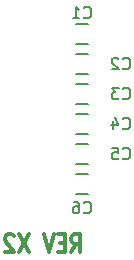
<source format=gbr>
G04 #@! TF.FileFunction,Legend,Bot*
%FSLAX46Y46*%
G04 Gerber Fmt 4.6, Leading zero omitted, Abs format (unit mm)*
G04 Created by KiCad (PCBNEW (after 2015-mar-04 BZR unknown)-product) date 11/2/2016 4:10:58 PM*
%MOMM*%
G01*
G04 APERTURE LIST*
%ADD10C,0.150000*%
%ADD11C,0.300000*%
G04 APERTURE END LIST*
D10*
D11*
X34677048Y-43858571D02*
X35100381Y-43144286D01*
X35402762Y-43858571D02*
X35402762Y-42358571D01*
X34918953Y-42358571D01*
X34798000Y-42430000D01*
X34737524Y-42501429D01*
X34677048Y-42644286D01*
X34677048Y-42858571D01*
X34737524Y-43001429D01*
X34798000Y-43072857D01*
X34918953Y-43144286D01*
X35402762Y-43144286D01*
X34132762Y-43072857D02*
X33709429Y-43072857D01*
X33528000Y-43858571D02*
X34132762Y-43858571D01*
X34132762Y-42358571D01*
X33528000Y-42358571D01*
X33165143Y-42358571D02*
X32741809Y-43858571D01*
X32318476Y-42358571D01*
X31048476Y-42358571D02*
X30201810Y-43858571D01*
X30201810Y-42358571D02*
X31048476Y-43858571D01*
X29778476Y-42501429D02*
X29718000Y-42430000D01*
X29597048Y-42358571D01*
X29294667Y-42358571D01*
X29173714Y-42430000D01*
X29113238Y-42501429D01*
X29052762Y-42644286D01*
X29052762Y-42787143D01*
X29113238Y-43001429D01*
X29838952Y-43858571D01*
X29052762Y-43858571D01*
D10*
X35060000Y-24550000D02*
X36060000Y-24550000D01*
X36060000Y-26250000D02*
X35060000Y-26250000D01*
X35060000Y-27090000D02*
X36060000Y-27090000D01*
X36060000Y-28790000D02*
X35060000Y-28790000D01*
X35060000Y-29630000D02*
X36060000Y-29630000D01*
X36060000Y-31330000D02*
X35060000Y-31330000D01*
X35060000Y-32170000D02*
X36060000Y-32170000D01*
X36060000Y-33870000D02*
X35060000Y-33870000D01*
X35060000Y-34710000D02*
X36060000Y-34710000D01*
X36060000Y-36410000D02*
X35060000Y-36410000D01*
X35060000Y-37250000D02*
X36060000Y-37250000D01*
X36060000Y-38950000D02*
X35060000Y-38950000D01*
X35726666Y-23979143D02*
X35774285Y-24026762D01*
X35917142Y-24074381D01*
X36012380Y-24074381D01*
X36155238Y-24026762D01*
X36250476Y-23931524D01*
X36298095Y-23836286D01*
X36345714Y-23645810D01*
X36345714Y-23502952D01*
X36298095Y-23312476D01*
X36250476Y-23217238D01*
X36155238Y-23122000D01*
X36012380Y-23074381D01*
X35917142Y-23074381D01*
X35774285Y-23122000D01*
X35726666Y-23169619D01*
X34774285Y-24074381D02*
X35345714Y-24074381D01*
X35060000Y-24074381D02*
X35060000Y-23074381D01*
X35155238Y-23217238D01*
X35250476Y-23312476D01*
X35345714Y-23360095D01*
X39028666Y-28297143D02*
X39076285Y-28344762D01*
X39219142Y-28392381D01*
X39314380Y-28392381D01*
X39457238Y-28344762D01*
X39552476Y-28249524D01*
X39600095Y-28154286D01*
X39647714Y-27963810D01*
X39647714Y-27820952D01*
X39600095Y-27630476D01*
X39552476Y-27535238D01*
X39457238Y-27440000D01*
X39314380Y-27392381D01*
X39219142Y-27392381D01*
X39076285Y-27440000D01*
X39028666Y-27487619D01*
X38647714Y-27487619D02*
X38600095Y-27440000D01*
X38504857Y-27392381D01*
X38266761Y-27392381D01*
X38171523Y-27440000D01*
X38123904Y-27487619D01*
X38076285Y-27582857D01*
X38076285Y-27678095D01*
X38123904Y-27820952D01*
X38695333Y-28392381D01*
X38076285Y-28392381D01*
X39028666Y-30837143D02*
X39076285Y-30884762D01*
X39219142Y-30932381D01*
X39314380Y-30932381D01*
X39457238Y-30884762D01*
X39552476Y-30789524D01*
X39600095Y-30694286D01*
X39647714Y-30503810D01*
X39647714Y-30360952D01*
X39600095Y-30170476D01*
X39552476Y-30075238D01*
X39457238Y-29980000D01*
X39314380Y-29932381D01*
X39219142Y-29932381D01*
X39076285Y-29980000D01*
X39028666Y-30027619D01*
X38695333Y-29932381D02*
X38076285Y-29932381D01*
X38409619Y-30313333D01*
X38266761Y-30313333D01*
X38171523Y-30360952D01*
X38123904Y-30408571D01*
X38076285Y-30503810D01*
X38076285Y-30741905D01*
X38123904Y-30837143D01*
X38171523Y-30884762D01*
X38266761Y-30932381D01*
X38552476Y-30932381D01*
X38647714Y-30884762D01*
X38695333Y-30837143D01*
X39028666Y-33377143D02*
X39076285Y-33424762D01*
X39219142Y-33472381D01*
X39314380Y-33472381D01*
X39457238Y-33424762D01*
X39552476Y-33329524D01*
X39600095Y-33234286D01*
X39647714Y-33043810D01*
X39647714Y-32900952D01*
X39600095Y-32710476D01*
X39552476Y-32615238D01*
X39457238Y-32520000D01*
X39314380Y-32472381D01*
X39219142Y-32472381D01*
X39076285Y-32520000D01*
X39028666Y-32567619D01*
X38171523Y-32805714D02*
X38171523Y-33472381D01*
X38409619Y-32424762D02*
X38647714Y-33139048D01*
X38028666Y-33139048D01*
X39028666Y-35917143D02*
X39076285Y-35964762D01*
X39219142Y-36012381D01*
X39314380Y-36012381D01*
X39457238Y-35964762D01*
X39552476Y-35869524D01*
X39600095Y-35774286D01*
X39647714Y-35583810D01*
X39647714Y-35440952D01*
X39600095Y-35250476D01*
X39552476Y-35155238D01*
X39457238Y-35060000D01*
X39314380Y-35012381D01*
X39219142Y-35012381D01*
X39076285Y-35060000D01*
X39028666Y-35107619D01*
X38123904Y-35012381D02*
X38600095Y-35012381D01*
X38647714Y-35488571D01*
X38600095Y-35440952D01*
X38504857Y-35393333D01*
X38266761Y-35393333D01*
X38171523Y-35440952D01*
X38123904Y-35488571D01*
X38076285Y-35583810D01*
X38076285Y-35821905D01*
X38123904Y-35917143D01*
X38171523Y-35964762D01*
X38266761Y-36012381D01*
X38504857Y-36012381D01*
X38600095Y-35964762D01*
X38647714Y-35917143D01*
X35726666Y-40489143D02*
X35774285Y-40536762D01*
X35917142Y-40584381D01*
X36012380Y-40584381D01*
X36155238Y-40536762D01*
X36250476Y-40441524D01*
X36298095Y-40346286D01*
X36345714Y-40155810D01*
X36345714Y-40012952D01*
X36298095Y-39822476D01*
X36250476Y-39727238D01*
X36155238Y-39632000D01*
X36012380Y-39584381D01*
X35917142Y-39584381D01*
X35774285Y-39632000D01*
X35726666Y-39679619D01*
X34869523Y-39584381D02*
X35060000Y-39584381D01*
X35155238Y-39632000D01*
X35202857Y-39679619D01*
X35298095Y-39822476D01*
X35345714Y-40012952D01*
X35345714Y-40393905D01*
X35298095Y-40489143D01*
X35250476Y-40536762D01*
X35155238Y-40584381D01*
X34964761Y-40584381D01*
X34869523Y-40536762D01*
X34821904Y-40489143D01*
X34774285Y-40393905D01*
X34774285Y-40155810D01*
X34821904Y-40060571D01*
X34869523Y-40012952D01*
X34964761Y-39965333D01*
X35155238Y-39965333D01*
X35250476Y-40012952D01*
X35298095Y-40060571D01*
X35345714Y-40155810D01*
M02*

</source>
